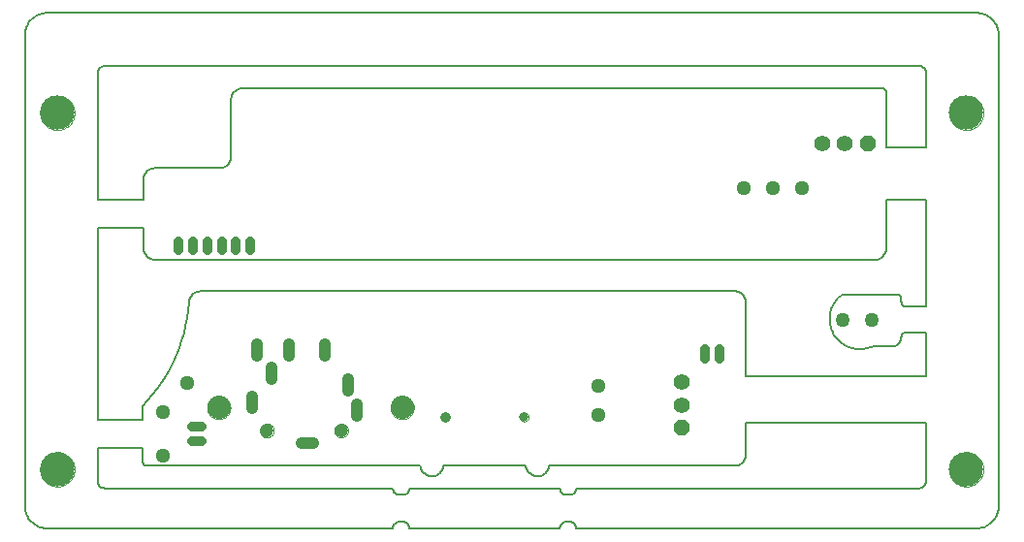
<source format=gbs>
G75*
G70*
%OFA0B0*%
%FSLAX24Y24*%
%IPPOS*%
%LPD*%
%AMOC8*
5,1,8,0,0,1.08239X$1,22.5*
%
%ADD10C,0.0050*%
%ADD11C,0.0000*%
%ADD12C,0.1181*%
%ADD13C,0.0500*%
%ADD14C,0.0512*%
%ADD15C,0.0800*%
%ADD16C,0.0472*%
%ADD17C,0.0400*%
%ADD18C,0.0315*%
%ADD19C,0.0317*%
%ADD20C,0.0550*%
%ADD21OC8,0.0550*%
D10*
X001677Y000927D02*
X013576Y000927D01*
X013576Y000955D01*
X013580Y000983D01*
X013587Y001010D01*
X013598Y001036D01*
X013612Y001060D01*
X013629Y001082D01*
X013649Y001102D01*
X013671Y001119D01*
X013695Y001133D01*
X013721Y001144D01*
X013748Y001151D01*
X013776Y001155D01*
X013926Y001155D01*
X013954Y001151D01*
X013981Y001144D01*
X014007Y001133D01*
X014031Y001119D01*
X014053Y001102D01*
X014073Y001082D01*
X014090Y001060D01*
X014104Y001036D01*
X014115Y001010D01*
X014122Y000983D01*
X014126Y000955D01*
X014126Y000927D01*
X019313Y000927D01*
X019313Y000955D01*
X019317Y000983D01*
X019324Y001010D01*
X019335Y001036D01*
X019349Y001060D01*
X019366Y001082D01*
X019386Y001102D01*
X019408Y001119D01*
X019432Y001133D01*
X019458Y001144D01*
X019485Y001151D01*
X019513Y001155D01*
X019663Y001155D01*
X019663Y001156D02*
X019692Y001152D01*
X019719Y001145D01*
X019745Y001135D01*
X019770Y001121D01*
X019793Y001104D01*
X019813Y001084D01*
X019831Y001062D01*
X019845Y001037D01*
X019857Y001011D01*
X019864Y000984D01*
X019868Y000956D01*
X019869Y000928D01*
X019869Y000927D02*
X033631Y000927D01*
X033630Y000927D02*
X033684Y000929D01*
X033738Y000934D01*
X033791Y000943D01*
X033844Y000956D01*
X033895Y000973D01*
X033945Y000993D01*
X033993Y001017D01*
X034040Y001044D01*
X034085Y001075D01*
X034127Y001108D01*
X034167Y001145D01*
X034204Y001184D01*
X034238Y001226D01*
X034269Y001270D01*
X034297Y001316D01*
X034321Y001364D01*
X034342Y001414D01*
X034360Y001465D01*
X034374Y001517D01*
X034384Y001570D01*
X034390Y001624D01*
X034392Y001677D01*
X034392Y017896D01*
X034392Y017895D02*
X034390Y017949D01*
X034383Y018003D01*
X034373Y018056D01*
X034360Y018108D01*
X034342Y018159D01*
X034321Y018209D01*
X034297Y018257D01*
X034269Y018303D01*
X034237Y018347D01*
X034203Y018388D01*
X034166Y018427D01*
X034126Y018464D01*
X034084Y018497D01*
X034040Y018528D01*
X033993Y018555D01*
X033945Y018578D01*
X033895Y018599D01*
X033843Y018615D01*
X033791Y018628D01*
X033738Y018637D01*
X033684Y018643D01*
X033631Y018644D01*
X001677Y018644D01*
X001624Y018642D01*
X001570Y018637D01*
X001518Y018627D01*
X001466Y018614D01*
X001415Y018597D01*
X001366Y018577D01*
X001318Y018553D01*
X001272Y018526D01*
X001228Y018495D01*
X001186Y018462D01*
X001147Y018425D01*
X001111Y018386D01*
X001077Y018345D01*
X001046Y018301D01*
X001019Y018255D01*
X000995Y018207D01*
X000975Y018158D01*
X000958Y018107D01*
X000944Y018055D01*
X000935Y018003D01*
X000929Y017949D01*
X000927Y017896D01*
X000927Y001677D01*
X000929Y001623D01*
X000935Y001570D01*
X000944Y001518D01*
X000957Y001466D01*
X000974Y001415D01*
X000995Y001365D01*
X001019Y001318D01*
X001046Y001272D01*
X001077Y001228D01*
X001110Y001186D01*
X001147Y001147D01*
X001186Y001110D01*
X001228Y001077D01*
X001272Y001046D01*
X001318Y001019D01*
X001365Y000995D01*
X001415Y000974D01*
X001466Y000957D01*
X001518Y000944D01*
X001570Y000935D01*
X001623Y000929D01*
X001677Y000927D01*
X003677Y002305D02*
X013576Y002305D01*
X013576Y002277D01*
X013580Y002249D01*
X013587Y002222D01*
X013598Y002196D01*
X013612Y002172D01*
X013629Y002150D01*
X013649Y002130D01*
X013671Y002113D01*
X013695Y002099D01*
X013721Y002088D01*
X013748Y002081D01*
X013776Y002077D01*
X013926Y002077D01*
X013954Y002081D01*
X013981Y002088D01*
X014007Y002099D01*
X014031Y002113D01*
X014053Y002130D01*
X014073Y002150D01*
X014090Y002172D01*
X014104Y002196D01*
X014115Y002222D01*
X014122Y002249D01*
X014126Y002277D01*
X014126Y002305D01*
X019313Y002305D01*
X019313Y002277D01*
X019317Y002249D01*
X019324Y002222D01*
X019335Y002196D01*
X019349Y002172D01*
X019366Y002150D01*
X019386Y002130D01*
X019408Y002113D01*
X019432Y002099D01*
X019458Y002088D01*
X019485Y002081D01*
X019513Y002077D01*
X019663Y002077D01*
X019692Y002081D01*
X019719Y002088D01*
X019745Y002098D01*
X019770Y002112D01*
X019793Y002129D01*
X019813Y002149D01*
X019831Y002171D01*
X019845Y002196D01*
X019857Y002222D01*
X019864Y002249D01*
X019868Y002277D01*
X019869Y002305D01*
X031642Y002305D01*
X031672Y002307D01*
X031702Y002312D01*
X031731Y002321D01*
X031758Y002334D01*
X031784Y002349D01*
X031808Y002368D01*
X031829Y002389D01*
X031848Y002413D01*
X031863Y002439D01*
X031876Y002466D01*
X031885Y002495D01*
X031890Y002525D01*
X031892Y002555D01*
X031892Y004570D01*
X025710Y004570D01*
X025710Y003477D01*
X025708Y003438D01*
X025702Y003399D01*
X025693Y003361D01*
X025680Y003324D01*
X025663Y003288D01*
X025643Y003255D01*
X025619Y003223D01*
X025593Y003194D01*
X025564Y003168D01*
X025532Y003144D01*
X025499Y003124D01*
X025463Y003107D01*
X025426Y003094D01*
X025388Y003085D01*
X025349Y003079D01*
X025310Y003077D01*
X018928Y003077D01*
X018928Y003078D02*
X018923Y003039D01*
X018914Y003001D01*
X018901Y002964D01*
X018885Y002929D01*
X018865Y002895D01*
X018842Y002863D01*
X018816Y002834D01*
X018787Y002808D01*
X018756Y002785D01*
X018722Y002764D01*
X018687Y002748D01*
X018650Y002734D01*
X018613Y002725D01*
X018574Y002719D01*
X018535Y002717D01*
X018496Y002719D01*
X018457Y002725D01*
X018420Y002734D01*
X018383Y002748D01*
X018348Y002764D01*
X018314Y002785D01*
X018283Y002808D01*
X018254Y002834D01*
X018228Y002863D01*
X018205Y002895D01*
X018185Y002929D01*
X018169Y002964D01*
X018156Y003001D01*
X018147Y003039D01*
X018142Y003078D01*
X018141Y003077D02*
X015298Y003077D01*
X015298Y003078D02*
X015293Y003039D01*
X015284Y003001D01*
X015271Y002964D01*
X015255Y002929D01*
X015235Y002895D01*
X015212Y002863D01*
X015186Y002834D01*
X015157Y002808D01*
X015126Y002785D01*
X015092Y002764D01*
X015057Y002748D01*
X015020Y002734D01*
X014983Y002725D01*
X014944Y002719D01*
X014905Y002717D01*
X014866Y002719D01*
X014827Y002725D01*
X014790Y002734D01*
X014753Y002748D01*
X014718Y002764D01*
X014684Y002785D01*
X014653Y002808D01*
X014624Y002834D01*
X014598Y002863D01*
X014575Y002895D01*
X014555Y002929D01*
X014539Y002964D01*
X014526Y003001D01*
X014517Y003039D01*
X014512Y003078D01*
X014511Y003077D02*
X005110Y003077D01*
X005085Y003082D01*
X005062Y003091D01*
X005039Y003103D01*
X005019Y003118D01*
X005001Y003136D01*
X004986Y003156D01*
X004974Y003178D01*
X004965Y003202D01*
X004960Y003227D01*
X004958Y003252D01*
X004960Y003277D01*
X004960Y003683D01*
X003427Y003683D01*
X003427Y002527D01*
X003431Y002499D01*
X003438Y002471D01*
X003448Y002444D01*
X003461Y002419D01*
X003477Y002396D01*
X003496Y002374D01*
X003517Y002355D01*
X003541Y002339D01*
X003566Y002326D01*
X003593Y002316D01*
X003620Y002309D01*
X003648Y002305D01*
X003677Y002305D01*
X003427Y004671D02*
X004960Y004671D01*
X004960Y005127D01*
X003427Y004671D02*
X003427Y011245D01*
X004994Y011245D01*
X004994Y010564D01*
X004996Y010525D01*
X005002Y010486D01*
X005011Y010448D01*
X005024Y010411D01*
X005041Y010375D01*
X005061Y010342D01*
X005085Y010310D01*
X005111Y010281D01*
X005140Y010255D01*
X005172Y010231D01*
X005205Y010211D01*
X005241Y010194D01*
X005278Y010181D01*
X005316Y010172D01*
X005355Y010166D01*
X005394Y010164D01*
X030138Y010164D01*
X030177Y010166D01*
X030216Y010172D01*
X030254Y010181D01*
X030291Y010194D01*
X030327Y010211D01*
X030360Y010231D01*
X030392Y010255D01*
X030421Y010281D01*
X030447Y010310D01*
X030471Y010342D01*
X030491Y010375D01*
X030508Y010411D01*
X030521Y010448D01*
X030530Y010486D01*
X030536Y010525D01*
X030538Y010564D01*
X030538Y012220D01*
X031892Y012220D01*
X031892Y008560D01*
X031192Y008560D01*
X031169Y008564D01*
X031147Y008571D01*
X031126Y008581D01*
X031107Y008594D01*
X031090Y008610D01*
X031076Y008628D01*
X031064Y008648D01*
X031055Y008669D01*
X031049Y008691D01*
X031046Y008714D01*
X031047Y008737D01*
X031046Y008738D02*
X031046Y008800D01*
X031046Y008823D01*
X031042Y008846D01*
X031036Y008868D01*
X031026Y008889D01*
X031014Y008908D01*
X030999Y008925D01*
X030981Y008940D01*
X030962Y008953D01*
X030941Y008962D01*
X030919Y008968D01*
X030896Y008972D01*
X029019Y008972D01*
X028969Y008934D01*
X028921Y008893D01*
X028876Y008849D01*
X028834Y008803D01*
X028794Y008754D01*
X028758Y008702D01*
X028725Y008649D01*
X028695Y008594D01*
X028668Y008537D01*
X028645Y008478D01*
X028626Y008418D01*
X028610Y008357D01*
X028598Y008296D01*
X028589Y008233D01*
X028585Y008170D01*
X028584Y008108D01*
X028587Y008045D01*
X028594Y007982D01*
X028605Y007920D01*
X028619Y007859D01*
X028637Y007799D01*
X028659Y007740D01*
X028684Y007682D01*
X028713Y007626D01*
X028745Y007572D01*
X028780Y007520D01*
X028818Y007470D01*
X028859Y007422D01*
X028904Y007377D01*
X028950Y007335D01*
X028999Y007296D01*
X029051Y007260D01*
X029104Y007227D01*
X029160Y007197D01*
X029217Y007171D01*
X029275Y007148D01*
X029335Y007129D01*
X029396Y007113D01*
X029458Y007101D01*
X029520Y007093D01*
X029583Y007089D01*
X029646Y007088D01*
X029709Y007092D01*
X029771Y007099D01*
X029833Y007110D01*
X029895Y007124D01*
X029955Y007142D01*
X030014Y007164D01*
X030071Y007190D01*
X030731Y007190D01*
X030764Y007192D01*
X030797Y007198D01*
X030829Y007207D01*
X030860Y007219D01*
X030890Y007234D01*
X030918Y007253D01*
X030943Y007274D01*
X030966Y007298D01*
X030987Y007324D01*
X031005Y007352D01*
X031020Y007382D01*
X031031Y007413D01*
X031040Y007445D01*
X031045Y007478D01*
X031046Y007511D01*
X031047Y007511D02*
X031050Y007534D01*
X031057Y007556D01*
X031067Y007577D01*
X031080Y007597D01*
X031095Y007614D01*
X031113Y007629D01*
X031133Y007641D01*
X031154Y007651D01*
X031177Y007657D01*
X031200Y007660D01*
X031223Y007659D01*
X031223Y007660D02*
X031892Y007660D01*
X031892Y006158D01*
X025710Y006158D01*
X025710Y008677D01*
X025708Y008716D01*
X025702Y008755D01*
X025693Y008793D01*
X025680Y008830D01*
X025663Y008866D01*
X025643Y008899D01*
X025619Y008931D01*
X025593Y008960D01*
X025564Y008986D01*
X025532Y009010D01*
X025499Y009030D01*
X025463Y009047D01*
X025426Y009060D01*
X025388Y009069D01*
X025349Y009075D01*
X025310Y009077D01*
X006960Y009077D01*
X006921Y009075D01*
X006882Y009069D01*
X006844Y009060D01*
X006807Y009047D01*
X006771Y009030D01*
X006738Y009010D01*
X006706Y008986D01*
X006677Y008960D01*
X006651Y008931D01*
X006627Y008899D01*
X006607Y008866D01*
X006590Y008830D01*
X006577Y008793D01*
X006568Y008755D01*
X006562Y008716D01*
X006560Y008677D01*
X006534Y008413D01*
X006496Y008151D01*
X006446Y007891D01*
X006384Y007633D01*
X006310Y007379D01*
X006224Y007129D01*
X006126Y006882D01*
X006017Y006641D01*
X005897Y006404D01*
X005767Y006174D01*
X005625Y005950D01*
X005473Y005733D01*
X005312Y005523D01*
X005141Y005321D01*
X004960Y005127D01*
X004994Y012233D02*
X003427Y012233D01*
X003427Y016586D01*
X003429Y016616D01*
X003434Y016646D01*
X003443Y016675D01*
X003456Y016702D01*
X003471Y016728D01*
X003490Y016752D01*
X003511Y016773D01*
X003535Y016792D01*
X003561Y016807D01*
X003588Y016820D01*
X003617Y016829D01*
X003647Y016834D01*
X003677Y016836D01*
X031642Y016836D01*
X031672Y016834D01*
X031702Y016829D01*
X031731Y016820D01*
X031758Y016807D01*
X031784Y016792D01*
X031808Y016773D01*
X031829Y016752D01*
X031848Y016728D01*
X031863Y016702D01*
X031876Y016675D01*
X031885Y016646D01*
X031890Y016616D01*
X031892Y016586D01*
X031892Y014008D01*
X030538Y014008D01*
X030538Y015914D01*
X030536Y015937D01*
X030531Y015960D01*
X030522Y015982D01*
X030509Y016002D01*
X030494Y016020D01*
X030476Y016035D01*
X030456Y016048D01*
X030434Y016057D01*
X030411Y016062D01*
X030388Y016064D01*
X008410Y016064D01*
X008371Y016062D01*
X008332Y016056D01*
X008294Y016047D01*
X008257Y016034D01*
X008221Y016017D01*
X008188Y015997D01*
X008156Y015973D01*
X008127Y015947D01*
X008101Y015918D01*
X008077Y015886D01*
X008057Y015853D01*
X008040Y015817D01*
X008027Y015780D01*
X008018Y015742D01*
X008012Y015703D01*
X008010Y015664D01*
X008010Y013714D01*
X008008Y013675D01*
X008002Y013636D01*
X007993Y013598D01*
X007980Y013561D01*
X007963Y013525D01*
X007943Y013492D01*
X007919Y013460D01*
X007893Y013431D01*
X007864Y013405D01*
X007832Y013381D01*
X007799Y013361D01*
X007763Y013344D01*
X007726Y013331D01*
X007688Y013322D01*
X007649Y013316D01*
X007610Y013314D01*
X005394Y013314D01*
X005355Y013312D01*
X005316Y013306D01*
X005278Y013297D01*
X005241Y013284D01*
X005205Y013267D01*
X005172Y013247D01*
X005140Y013223D01*
X005111Y013197D01*
X005085Y013168D01*
X005061Y013136D01*
X005041Y013103D01*
X005024Y013067D01*
X005011Y013030D01*
X005002Y012992D01*
X004996Y012953D01*
X004994Y012914D01*
X004994Y012233D01*
D11*
X001440Y015215D02*
X001442Y015263D01*
X001448Y015311D01*
X001458Y015358D01*
X001471Y015404D01*
X001489Y015449D01*
X001509Y015493D01*
X001534Y015535D01*
X001562Y015574D01*
X001592Y015611D01*
X001626Y015645D01*
X001663Y015677D01*
X001701Y015706D01*
X001742Y015731D01*
X001785Y015753D01*
X001830Y015771D01*
X001876Y015785D01*
X001923Y015796D01*
X001971Y015803D01*
X002019Y015806D01*
X002067Y015805D01*
X002115Y015800D01*
X002163Y015791D01*
X002209Y015779D01*
X002254Y015762D01*
X002298Y015742D01*
X002340Y015719D01*
X002380Y015692D01*
X002418Y015662D01*
X002453Y015629D01*
X002485Y015593D01*
X002515Y015555D01*
X002541Y015514D01*
X002563Y015471D01*
X002583Y015427D01*
X002598Y015382D01*
X002610Y015335D01*
X002618Y015287D01*
X002622Y015239D01*
X002622Y015191D01*
X002618Y015143D01*
X002610Y015095D01*
X002598Y015048D01*
X002583Y015003D01*
X002563Y014959D01*
X002541Y014916D01*
X002515Y014875D01*
X002485Y014837D01*
X002453Y014801D01*
X002418Y014768D01*
X002380Y014738D01*
X002340Y014711D01*
X002298Y014688D01*
X002254Y014668D01*
X002209Y014651D01*
X002163Y014639D01*
X002115Y014630D01*
X002067Y014625D01*
X002019Y014624D01*
X001971Y014627D01*
X001923Y014634D01*
X001876Y014645D01*
X001830Y014659D01*
X001785Y014677D01*
X001742Y014699D01*
X001701Y014724D01*
X001663Y014753D01*
X001626Y014785D01*
X001592Y014819D01*
X001562Y014856D01*
X001534Y014895D01*
X001509Y014937D01*
X001489Y014981D01*
X001471Y015026D01*
X001458Y015072D01*
X001448Y015119D01*
X001442Y015167D01*
X001440Y015215D01*
X007182Y005080D02*
X007184Y005120D01*
X007190Y005159D01*
X007200Y005198D01*
X007213Y005235D01*
X007231Y005271D01*
X007252Y005305D01*
X007276Y005337D01*
X007303Y005366D01*
X007333Y005393D01*
X007365Y005416D01*
X007400Y005436D01*
X007436Y005452D01*
X007474Y005465D01*
X007513Y005474D01*
X007552Y005479D01*
X007592Y005480D01*
X007632Y005477D01*
X007671Y005470D01*
X007709Y005459D01*
X007747Y005445D01*
X007782Y005426D01*
X007815Y005405D01*
X007847Y005380D01*
X007875Y005352D01*
X007901Y005322D01*
X007923Y005289D01*
X007942Y005254D01*
X007958Y005217D01*
X007970Y005179D01*
X007978Y005140D01*
X007982Y005100D01*
X007982Y005060D01*
X007978Y005020D01*
X007970Y004981D01*
X007958Y004943D01*
X007942Y004906D01*
X007923Y004871D01*
X007901Y004838D01*
X007875Y004808D01*
X007847Y004780D01*
X007815Y004755D01*
X007782Y004734D01*
X007747Y004715D01*
X007709Y004701D01*
X007671Y004690D01*
X007632Y004683D01*
X007592Y004680D01*
X007552Y004681D01*
X007513Y004686D01*
X007474Y004695D01*
X007436Y004708D01*
X007400Y004724D01*
X007365Y004744D01*
X007333Y004767D01*
X007303Y004794D01*
X007276Y004823D01*
X007252Y004855D01*
X007231Y004889D01*
X007213Y004925D01*
X007200Y004962D01*
X007190Y005001D01*
X007184Y005040D01*
X007182Y005080D01*
X009001Y004288D02*
X009003Y004318D01*
X009009Y004348D01*
X009018Y004377D01*
X009031Y004404D01*
X009048Y004429D01*
X009067Y004452D01*
X009090Y004473D01*
X009115Y004490D01*
X009141Y004504D01*
X009170Y004514D01*
X009199Y004521D01*
X009229Y004524D01*
X009260Y004523D01*
X009290Y004518D01*
X009319Y004509D01*
X009346Y004497D01*
X009372Y004482D01*
X009396Y004463D01*
X009417Y004441D01*
X009435Y004417D01*
X009450Y004390D01*
X009461Y004362D01*
X009469Y004333D01*
X009473Y004303D01*
X009473Y004273D01*
X009469Y004243D01*
X009461Y004214D01*
X009450Y004186D01*
X009435Y004159D01*
X009417Y004135D01*
X009396Y004113D01*
X009372Y004094D01*
X009346Y004079D01*
X009319Y004067D01*
X009290Y004058D01*
X009260Y004053D01*
X009229Y004052D01*
X009199Y004055D01*
X009170Y004062D01*
X009141Y004072D01*
X009115Y004086D01*
X009090Y004103D01*
X009067Y004124D01*
X009048Y004147D01*
X009031Y004172D01*
X009018Y004199D01*
X009009Y004228D01*
X009003Y004258D01*
X009001Y004288D01*
X011560Y004288D02*
X011562Y004318D01*
X011568Y004348D01*
X011577Y004377D01*
X011590Y004404D01*
X011607Y004429D01*
X011626Y004452D01*
X011649Y004473D01*
X011674Y004490D01*
X011700Y004504D01*
X011729Y004514D01*
X011758Y004521D01*
X011788Y004524D01*
X011819Y004523D01*
X011849Y004518D01*
X011878Y004509D01*
X011905Y004497D01*
X011931Y004482D01*
X011955Y004463D01*
X011976Y004441D01*
X011994Y004417D01*
X012009Y004390D01*
X012020Y004362D01*
X012028Y004333D01*
X012032Y004303D01*
X012032Y004273D01*
X012028Y004243D01*
X012020Y004214D01*
X012009Y004186D01*
X011994Y004159D01*
X011976Y004135D01*
X011955Y004113D01*
X011931Y004094D01*
X011905Y004079D01*
X011878Y004067D01*
X011849Y004058D01*
X011819Y004053D01*
X011788Y004052D01*
X011758Y004055D01*
X011729Y004062D01*
X011700Y004072D01*
X011674Y004086D01*
X011649Y004103D01*
X011626Y004124D01*
X011607Y004147D01*
X011590Y004172D01*
X011577Y004199D01*
X011568Y004228D01*
X011562Y004258D01*
X011560Y004288D01*
X013487Y005080D02*
X013489Y005120D01*
X013495Y005159D01*
X013505Y005198D01*
X013518Y005235D01*
X013536Y005271D01*
X013557Y005305D01*
X013581Y005337D01*
X013608Y005366D01*
X013638Y005393D01*
X013670Y005416D01*
X013705Y005436D01*
X013741Y005452D01*
X013779Y005465D01*
X013818Y005474D01*
X013857Y005479D01*
X013897Y005480D01*
X013937Y005477D01*
X013976Y005470D01*
X014014Y005459D01*
X014052Y005445D01*
X014087Y005426D01*
X014120Y005405D01*
X014152Y005380D01*
X014180Y005352D01*
X014206Y005322D01*
X014228Y005289D01*
X014247Y005254D01*
X014263Y005217D01*
X014275Y005179D01*
X014283Y005140D01*
X014287Y005100D01*
X014287Y005060D01*
X014283Y005020D01*
X014275Y004981D01*
X014263Y004943D01*
X014247Y004906D01*
X014228Y004871D01*
X014206Y004838D01*
X014180Y004808D01*
X014152Y004780D01*
X014120Y004755D01*
X014087Y004734D01*
X014052Y004715D01*
X014014Y004701D01*
X013976Y004690D01*
X013937Y004683D01*
X013897Y004680D01*
X013857Y004681D01*
X013818Y004686D01*
X013779Y004695D01*
X013741Y004708D01*
X013705Y004724D01*
X013670Y004744D01*
X013638Y004767D01*
X013608Y004794D01*
X013581Y004823D01*
X013557Y004855D01*
X013536Y004889D01*
X013518Y004925D01*
X013505Y004962D01*
X013495Y005001D01*
X013489Y005040D01*
X013487Y005080D01*
X015204Y004757D02*
X015206Y004782D01*
X015212Y004806D01*
X015221Y004828D01*
X015234Y004849D01*
X015250Y004868D01*
X015269Y004884D01*
X015290Y004897D01*
X015312Y004906D01*
X015336Y004912D01*
X015361Y004914D01*
X015386Y004912D01*
X015410Y004906D01*
X015432Y004897D01*
X015453Y004884D01*
X015472Y004868D01*
X015488Y004849D01*
X015501Y004828D01*
X015510Y004806D01*
X015516Y004782D01*
X015518Y004757D01*
X015516Y004732D01*
X015510Y004708D01*
X015501Y004686D01*
X015488Y004665D01*
X015472Y004646D01*
X015453Y004630D01*
X015432Y004617D01*
X015410Y004608D01*
X015386Y004602D01*
X015361Y004600D01*
X015336Y004602D01*
X015312Y004608D01*
X015290Y004617D01*
X015269Y004630D01*
X015250Y004646D01*
X015234Y004665D01*
X015221Y004686D01*
X015212Y004708D01*
X015206Y004732D01*
X015204Y004757D01*
X017921Y004757D02*
X017923Y004782D01*
X017929Y004806D01*
X017938Y004828D01*
X017951Y004849D01*
X017967Y004868D01*
X017986Y004884D01*
X018007Y004897D01*
X018029Y004906D01*
X018053Y004912D01*
X018078Y004914D01*
X018103Y004912D01*
X018127Y004906D01*
X018149Y004897D01*
X018170Y004884D01*
X018189Y004868D01*
X018205Y004849D01*
X018218Y004828D01*
X018227Y004806D01*
X018233Y004782D01*
X018235Y004757D01*
X018233Y004732D01*
X018227Y004708D01*
X018218Y004686D01*
X018205Y004665D01*
X018189Y004646D01*
X018170Y004630D01*
X018149Y004617D01*
X018127Y004608D01*
X018103Y004602D01*
X018078Y004600D01*
X018053Y004602D01*
X018029Y004608D01*
X018007Y004617D01*
X017986Y004630D01*
X017967Y004646D01*
X017951Y004665D01*
X017938Y004686D01*
X017929Y004708D01*
X017923Y004732D01*
X017921Y004757D01*
X032687Y002959D02*
X032689Y003007D01*
X032695Y003055D01*
X032705Y003102D01*
X032718Y003148D01*
X032736Y003193D01*
X032756Y003237D01*
X032781Y003279D01*
X032809Y003318D01*
X032839Y003355D01*
X032873Y003389D01*
X032910Y003421D01*
X032948Y003450D01*
X032989Y003475D01*
X033032Y003497D01*
X033077Y003515D01*
X033123Y003529D01*
X033170Y003540D01*
X033218Y003547D01*
X033266Y003550D01*
X033314Y003549D01*
X033362Y003544D01*
X033410Y003535D01*
X033456Y003523D01*
X033501Y003506D01*
X033545Y003486D01*
X033587Y003463D01*
X033627Y003436D01*
X033665Y003406D01*
X033700Y003373D01*
X033732Y003337D01*
X033762Y003299D01*
X033788Y003258D01*
X033810Y003215D01*
X033830Y003171D01*
X033845Y003126D01*
X033857Y003079D01*
X033865Y003031D01*
X033869Y002983D01*
X033869Y002935D01*
X033865Y002887D01*
X033857Y002839D01*
X033845Y002792D01*
X033830Y002747D01*
X033810Y002703D01*
X033788Y002660D01*
X033762Y002619D01*
X033732Y002581D01*
X033700Y002545D01*
X033665Y002512D01*
X033627Y002482D01*
X033587Y002455D01*
X033545Y002432D01*
X033501Y002412D01*
X033456Y002395D01*
X033410Y002383D01*
X033362Y002374D01*
X033314Y002369D01*
X033266Y002368D01*
X033218Y002371D01*
X033170Y002378D01*
X033123Y002389D01*
X033077Y002403D01*
X033032Y002421D01*
X032989Y002443D01*
X032948Y002468D01*
X032910Y002497D01*
X032873Y002529D01*
X032839Y002563D01*
X032809Y002600D01*
X032781Y002639D01*
X032756Y002681D01*
X032736Y002725D01*
X032718Y002770D01*
X032705Y002816D01*
X032695Y002863D01*
X032689Y002911D01*
X032687Y002959D01*
X032687Y015215D02*
X032689Y015263D01*
X032695Y015311D01*
X032705Y015358D01*
X032718Y015404D01*
X032736Y015449D01*
X032756Y015493D01*
X032781Y015535D01*
X032809Y015574D01*
X032839Y015611D01*
X032873Y015645D01*
X032910Y015677D01*
X032948Y015706D01*
X032989Y015731D01*
X033032Y015753D01*
X033077Y015771D01*
X033123Y015785D01*
X033170Y015796D01*
X033218Y015803D01*
X033266Y015806D01*
X033314Y015805D01*
X033362Y015800D01*
X033410Y015791D01*
X033456Y015779D01*
X033501Y015762D01*
X033545Y015742D01*
X033587Y015719D01*
X033627Y015692D01*
X033665Y015662D01*
X033700Y015629D01*
X033732Y015593D01*
X033762Y015555D01*
X033788Y015514D01*
X033810Y015471D01*
X033830Y015427D01*
X033845Y015382D01*
X033857Y015335D01*
X033865Y015287D01*
X033869Y015239D01*
X033869Y015191D01*
X033865Y015143D01*
X033857Y015095D01*
X033845Y015048D01*
X033830Y015003D01*
X033810Y014959D01*
X033788Y014916D01*
X033762Y014875D01*
X033732Y014837D01*
X033700Y014801D01*
X033665Y014768D01*
X033627Y014738D01*
X033587Y014711D01*
X033545Y014688D01*
X033501Y014668D01*
X033456Y014651D01*
X033410Y014639D01*
X033362Y014630D01*
X033314Y014625D01*
X033266Y014624D01*
X033218Y014627D01*
X033170Y014634D01*
X033123Y014645D01*
X033077Y014659D01*
X033032Y014677D01*
X032989Y014699D01*
X032948Y014724D01*
X032910Y014753D01*
X032873Y014785D01*
X032839Y014819D01*
X032809Y014856D01*
X032781Y014895D01*
X032756Y014937D01*
X032736Y014981D01*
X032718Y015026D01*
X032705Y015072D01*
X032695Y015119D01*
X032689Y015167D01*
X032687Y015215D01*
X001440Y002959D02*
X001442Y003007D01*
X001448Y003055D01*
X001458Y003102D01*
X001471Y003148D01*
X001489Y003193D01*
X001509Y003237D01*
X001534Y003279D01*
X001562Y003318D01*
X001592Y003355D01*
X001626Y003389D01*
X001663Y003421D01*
X001701Y003450D01*
X001742Y003475D01*
X001785Y003497D01*
X001830Y003515D01*
X001876Y003529D01*
X001923Y003540D01*
X001971Y003547D01*
X002019Y003550D01*
X002067Y003549D01*
X002115Y003544D01*
X002163Y003535D01*
X002209Y003523D01*
X002254Y003506D01*
X002298Y003486D01*
X002340Y003463D01*
X002380Y003436D01*
X002418Y003406D01*
X002453Y003373D01*
X002485Y003337D01*
X002515Y003299D01*
X002541Y003258D01*
X002563Y003215D01*
X002583Y003171D01*
X002598Y003126D01*
X002610Y003079D01*
X002618Y003031D01*
X002622Y002983D01*
X002622Y002935D01*
X002618Y002887D01*
X002610Y002839D01*
X002598Y002792D01*
X002583Y002747D01*
X002563Y002703D01*
X002541Y002660D01*
X002515Y002619D01*
X002485Y002581D01*
X002453Y002545D01*
X002418Y002512D01*
X002380Y002482D01*
X002340Y002455D01*
X002298Y002432D01*
X002254Y002412D01*
X002209Y002395D01*
X002163Y002383D01*
X002115Y002374D01*
X002067Y002369D01*
X002019Y002368D01*
X001971Y002371D01*
X001923Y002378D01*
X001876Y002389D01*
X001830Y002403D01*
X001785Y002421D01*
X001742Y002443D01*
X001701Y002468D01*
X001663Y002497D01*
X001626Y002529D01*
X001592Y002563D01*
X001562Y002600D01*
X001534Y002639D01*
X001509Y002681D01*
X001489Y002725D01*
X001471Y002770D01*
X001458Y002816D01*
X001448Y002863D01*
X001442Y002911D01*
X001440Y002959D01*
D12*
X002031Y002959D03*
X002031Y015215D03*
X033278Y015215D03*
X033278Y002959D03*
D13*
X030046Y008102D03*
X029046Y008102D03*
D14*
X027619Y012627D03*
X026619Y012627D03*
X025619Y012627D03*
X020645Y005809D03*
X020645Y004809D03*
X006509Y005927D03*
X005677Y004927D03*
X005677Y003427D03*
D15*
X007582Y005080D03*
X013887Y005080D03*
D16*
X011796Y004288D03*
X009237Y004288D03*
D17*
X010415Y003855D02*
X010815Y003855D01*
X012347Y004797D02*
X012347Y005197D01*
X012033Y005663D02*
X012033Y006063D01*
X011245Y006844D02*
X011245Y007244D01*
X009985Y007244D02*
X009985Y006844D01*
X009395Y006457D02*
X009395Y006057D01*
X008725Y005473D02*
X008725Y005073D01*
X008883Y006844D02*
X008883Y007244D01*
D18*
X015361Y004757D03*
X018078Y004757D03*
D19*
X024297Y006768D02*
X024297Y007085D01*
X024789Y007085D02*
X024789Y006768D01*
X008666Y010487D02*
X008666Y010804D01*
X008174Y010804D02*
X008174Y010487D01*
X007682Y010487D02*
X007682Y010804D01*
X007190Y010804D02*
X007190Y010487D01*
X006697Y010487D02*
X006697Y010804D01*
X006205Y010804D02*
X006205Y010487D01*
X006669Y004423D02*
X006986Y004423D01*
X006986Y003931D02*
X006669Y003931D01*
D20*
X023509Y005164D03*
X023509Y005951D03*
X028319Y014167D03*
X029106Y014167D03*
D21*
X029894Y014167D03*
X023509Y004377D03*
M02*

</source>
